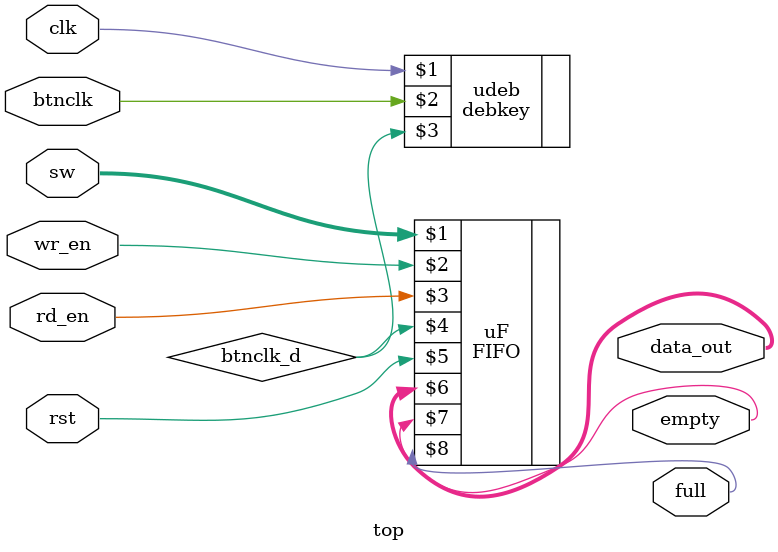
<source format=v>
module top(input [3:0] sw,
           input wr_en,
           input rd_en,
           input btnclk,
           input clk,
           input rst,
           output [3:0] data_out,
           output empty,
           output full);

wire btnclk_d;
debkey udeb(clk, btnclk, btnclk_d);

FIFO #(4) uF(sw, wr_en, rd_en, btnclk_d, rst, data_out, empty, full);


endmodule // top

</source>
